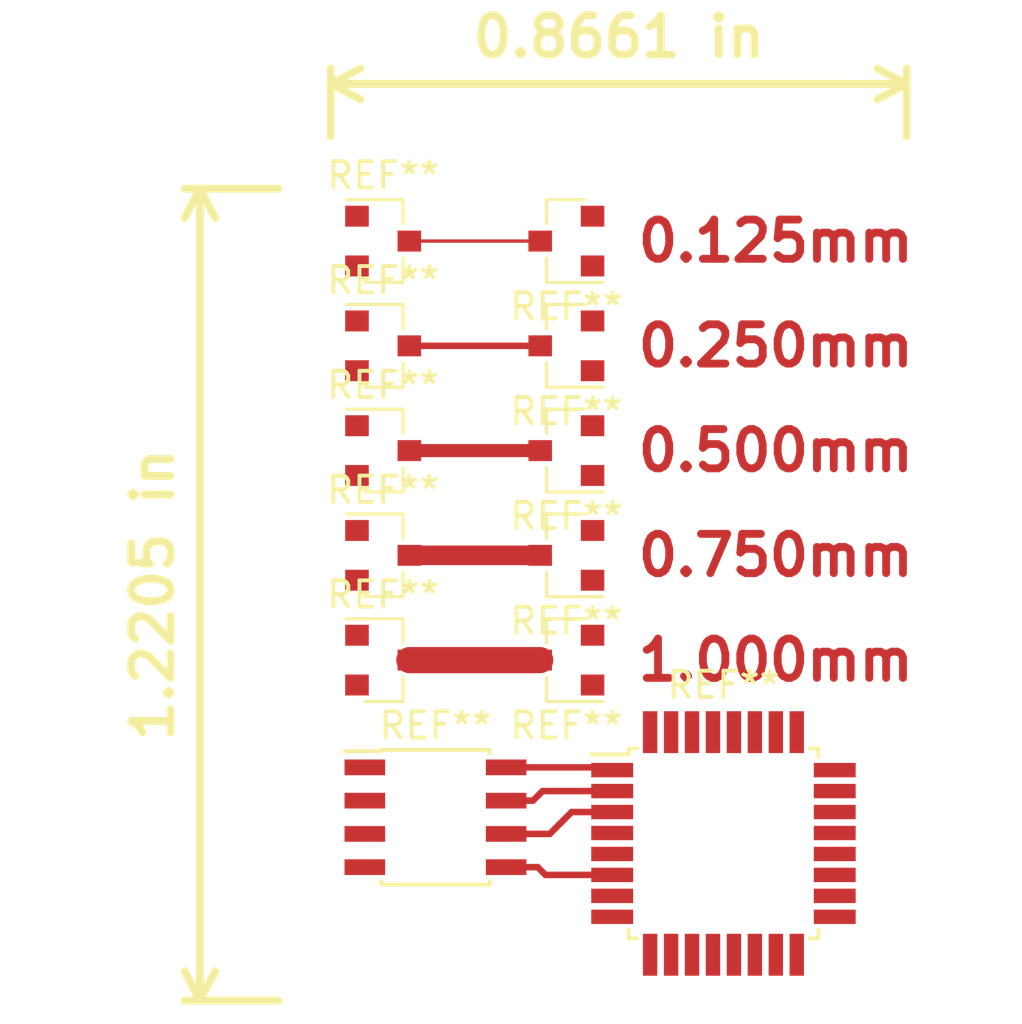
<source format=kicad_pcb>
(kicad_pcb (version 20170123) (host pcbnew no-vcs-found-01f5a12~58~ubuntu16.10.1)

  (general
    (links 0)
    (no_connects 0)
    (area 29 19.3 68.560715 58.1425)
    (thickness 1.6)
    (drawings 7)
    (tracks 16)
    (zones 0)
    (modules 12)
    (nets 1)
  )

  (page A4)
  (layers
    (0 F.Cu signal)
    (31 B.Cu signal)
    (32 B.Adhes user)
    (33 F.Adhes user)
    (34 B.Paste user)
    (35 F.Paste user)
    (36 B.SilkS user)
    (37 F.SilkS user)
    (38 B.Mask user)
    (39 F.Mask user)
    (40 Dwgs.User user)
    (41 Cmts.User user)
    (42 Eco1.User user)
    (43 Eco2.User user)
    (44 Edge.Cuts user)
    (45 Margin user)
    (46 B.CrtYd user)
    (47 F.CrtYd user)
    (48 B.Fab user)
    (49 F.Fab user)
  )

  (setup
    (last_trace_width 0.25)
    (trace_clearance 0.2)
    (zone_clearance 0.508)
    (zone_45_only no)
    (trace_min 0.2)
    (segment_width 0.2)
    (edge_width 0.15)
    (via_size 0.8)
    (via_drill 0.4)
    (via_min_size 0.4)
    (via_min_drill 0.3)
    (uvia_size 0.3)
    (uvia_drill 0.1)
    (uvias_allowed no)
    (uvia_min_size 0.2)
    (uvia_min_drill 0.1)
    (pcb_text_width 0.3)
    (pcb_text_size 1.5 1.5)
    (mod_edge_width 0.15)
    (mod_text_size 1 1)
    (mod_text_width 0.15)
    (pad_size 1.524 1.524)
    (pad_drill 0.762)
    (pad_to_mask_clearance 0.2)
    (aux_axis_origin 41 57)
    (visible_elements FFFFFF7F)
    (pcbplotparams
      (layerselection 0x00000_7fffffff)
      (usegerberextensions false)
      (excludeedgelayer true)
      (linewidth 0.100000)
      (plotframeref false)
      (viasonmask false)
      (mode 1)
      (useauxorigin true)
      (hpglpennumber 1)
      (hpglpenspeed 20)
      (hpglpendiameter 15)
      (psnegative false)
      (psa4output false)
      (plotreference true)
      (plotvalue true)
      (plotinvisibletext false)
      (padsonsilk false)
      (subtractmaskfromsilk false)
      (outputformat 1)
      (mirror false)
      (drillshape 0)
      (scaleselection 1)
      (outputdirectory gerber/))
  )

  (net 0 "")

  (net_class Default "This is the default net class."
    (clearance 0.2)
    (trace_width 0.25)
    (via_dia 0.8)
    (via_drill 0.4)
    (uvia_dia 0.3)
    (uvia_drill 0.1)
  )

  (module Housings_SOIC:SOIC-8_3.9x4.9mm_Pitch1.27mm (layer F.Cu) (tedit 58CD0CDA) (tstamp 58F7EC8C)
    (at 46 50)
    (descr "8-Lead Plastic Small Outline (SN) - Narrow, 3.90 mm Body [SOIC] (see Microchip Packaging Specification 00000049BS.pdf)")
    (tags "SOIC 1.27")
    (attr smd)
    (fp_text reference REF** (at 0 -3.5) (layer F.SilkS)
      (effects (font (size 1 1) (thickness 0.15)))
    )
    (fp_text value SOIC-8_3.9x4.9mm_Pitch1.27mm (at 0 3.5) (layer F.Fab)
      (effects (font (size 1 1) (thickness 0.15)))
    )
    (fp_text user %R (at 0 0) (layer F.Fab)
      (effects (font (size 1 1) (thickness 0.15)))
    )
    (fp_line (start -0.95 -2.45) (end 1.95 -2.45) (layer F.Fab) (width 0.1))
    (fp_line (start 1.95 -2.45) (end 1.95 2.45) (layer F.Fab) (width 0.1))
    (fp_line (start 1.95 2.45) (end -1.95 2.45) (layer F.Fab) (width 0.1))
    (fp_line (start -1.95 2.45) (end -1.95 -1.45) (layer F.Fab) (width 0.1))
    (fp_line (start -1.95 -1.45) (end -0.95 -2.45) (layer F.Fab) (width 0.1))
    (fp_line (start -3.73 -2.7) (end -3.73 2.7) (layer F.CrtYd) (width 0.05))
    (fp_line (start 3.73 -2.7) (end 3.73 2.7) (layer F.CrtYd) (width 0.05))
    (fp_line (start -3.73 -2.7) (end 3.73 -2.7) (layer F.CrtYd) (width 0.05))
    (fp_line (start -3.73 2.7) (end 3.73 2.7) (layer F.CrtYd) (width 0.05))
    (fp_line (start -2.075 -2.575) (end -2.075 -2.525) (layer F.SilkS) (width 0.15))
    (fp_line (start 2.075 -2.575) (end 2.075 -2.43) (layer F.SilkS) (width 0.15))
    (fp_line (start 2.075 2.575) (end 2.075 2.43) (layer F.SilkS) (width 0.15))
    (fp_line (start -2.075 2.575) (end -2.075 2.43) (layer F.SilkS) (width 0.15))
    (fp_line (start -2.075 -2.575) (end 2.075 -2.575) (layer F.SilkS) (width 0.15))
    (fp_line (start -2.075 2.575) (end 2.075 2.575) (layer F.SilkS) (width 0.15))
    (fp_line (start -2.075 -2.525) (end -3.475 -2.525) (layer F.SilkS) (width 0.15))
    (pad 1 smd rect (at -2.7 -1.905) (size 1.55 0.6) (layers F.Cu F.Paste F.Mask))
    (pad 2 smd rect (at -2.7 -0.635) (size 1.55 0.6) (layers F.Cu F.Paste F.Mask))
    (pad 3 smd rect (at -2.7 0.635) (size 1.55 0.6) (layers F.Cu F.Paste F.Mask))
    (pad 4 smd rect (at -2.7 1.905) (size 1.55 0.6) (layers F.Cu F.Paste F.Mask))
    (pad 5 smd rect (at 2.7 1.905) (size 1.55 0.6) (layers F.Cu F.Paste F.Mask))
    (pad 6 smd rect (at 2.7 0.635) (size 1.55 0.6) (layers F.Cu F.Paste F.Mask))
    (pad 7 smd rect (at 2.7 -0.635) (size 1.55 0.6) (layers F.Cu F.Paste F.Mask))
    (pad 8 smd rect (at 2.7 -1.905) (size 1.55 0.6) (layers F.Cu F.Paste F.Mask))
    (model Housings_SOIC.3dshapes/SOIC-8_3.9x4.9mm_Pitch1.27mm.wrl
      (at (xyz 0 0 0))
      (scale (xyz 1 1 1))
      (rotate (xyz 0 0 0))
    )
  )

  (module Housings_QFP:TQFP-32_7x7mm_Pitch0.8mm (layer F.Cu) (tedit 58CC9A48) (tstamp 58F7C4C4)
    (at 57 51)
    (descr "32-Lead Plastic Thin Quad Flatpack (PT) - 7x7x1.0 mm Body, 2.00 mm [TQFP] (see Microchip Packaging Specification 00000049BS.pdf)")
    (tags "QFP 0.8")
    (attr smd)
    (fp_text reference REF** (at 0 -6.05) (layer F.SilkS)
      (effects (font (size 1 1) (thickness 0.15)))
    )
    (fp_text value TQFP-32_7x7mm_Pitch0.8mm (at 0 6.05) (layer F.Fab)
      (effects (font (size 1 1) (thickness 0.15)))
    )
    (fp_text user %R (at 0 0) (layer F.Fab)
      (effects (font (size 1 1) (thickness 0.15)))
    )
    (fp_line (start -2.5 -3.5) (end 3.5 -3.5) (layer F.Fab) (width 0.15))
    (fp_line (start 3.5 -3.5) (end 3.5 3.5) (layer F.Fab) (width 0.15))
    (fp_line (start 3.5 3.5) (end -3.5 3.5) (layer F.Fab) (width 0.15))
    (fp_line (start -3.5 3.5) (end -3.5 -2.5) (layer F.Fab) (width 0.15))
    (fp_line (start -3.5 -2.5) (end -2.5 -3.5) (layer F.Fab) (width 0.15))
    (fp_line (start -5.3 -5.3) (end -5.3 5.3) (layer F.CrtYd) (width 0.05))
    (fp_line (start 5.3 -5.3) (end 5.3 5.3) (layer F.CrtYd) (width 0.05))
    (fp_line (start -5.3 -5.3) (end 5.3 -5.3) (layer F.CrtYd) (width 0.05))
    (fp_line (start -5.3 5.3) (end 5.3 5.3) (layer F.CrtYd) (width 0.05))
    (fp_line (start -3.625 -3.625) (end -3.625 -3.4) (layer F.SilkS) (width 0.15))
    (fp_line (start 3.625 -3.625) (end 3.625 -3.3) (layer F.SilkS) (width 0.15))
    (fp_line (start 3.625 3.625) (end 3.625 3.3) (layer F.SilkS) (width 0.15))
    (fp_line (start -3.625 3.625) (end -3.625 3.3) (layer F.SilkS) (width 0.15))
    (fp_line (start -3.625 -3.625) (end -3.3 -3.625) (layer F.SilkS) (width 0.15))
    (fp_line (start -3.625 3.625) (end -3.3 3.625) (layer F.SilkS) (width 0.15))
    (fp_line (start 3.625 3.625) (end 3.3 3.625) (layer F.SilkS) (width 0.15))
    (fp_line (start 3.625 -3.625) (end 3.3 -3.625) (layer F.SilkS) (width 0.15))
    (fp_line (start -3.625 -3.4) (end -5.05 -3.4) (layer F.SilkS) (width 0.15))
    (pad 1 smd rect (at -4.25 -2.8) (size 1.6 0.55) (layers F.Cu F.Paste F.Mask))
    (pad 2 smd rect (at -4.25 -2) (size 1.6 0.55) (layers F.Cu F.Paste F.Mask))
    (pad 3 smd rect (at -4.25 -1.2) (size 1.6 0.55) (layers F.Cu F.Paste F.Mask))
    (pad 4 smd rect (at -4.25 -0.4) (size 1.6 0.55) (layers F.Cu F.Paste F.Mask))
    (pad 5 smd rect (at -4.25 0.4) (size 1.6 0.55) (layers F.Cu F.Paste F.Mask))
    (pad 6 smd rect (at -4.25 1.2) (size 1.6 0.55) (layers F.Cu F.Paste F.Mask))
    (pad 7 smd rect (at -4.25 2) (size 1.6 0.55) (layers F.Cu F.Paste F.Mask))
    (pad 8 smd rect (at -4.25 2.8) (size 1.6 0.55) (layers F.Cu F.Paste F.Mask))
    (pad 9 smd rect (at -2.8 4.25 90) (size 1.6 0.55) (layers F.Cu F.Paste F.Mask))
    (pad 10 smd rect (at -2 4.25 90) (size 1.6 0.55) (layers F.Cu F.Paste F.Mask))
    (pad 11 smd rect (at -1.2 4.25 90) (size 1.6 0.55) (layers F.Cu F.Paste F.Mask))
    (pad 12 smd rect (at -0.4 4.25 90) (size 1.6 0.55) (layers F.Cu F.Paste F.Mask))
    (pad 13 smd rect (at 0.4 4.25 90) (size 1.6 0.55) (layers F.Cu F.Paste F.Mask))
    (pad 14 smd rect (at 1.2 4.25 90) (size 1.6 0.55) (layers F.Cu F.Paste F.Mask))
    (pad 15 smd rect (at 2 4.25 90) (size 1.6 0.55) (layers F.Cu F.Paste F.Mask))
    (pad 16 smd rect (at 2.8 4.25 90) (size 1.6 0.55) (layers F.Cu F.Paste F.Mask))
    (pad 17 smd rect (at 4.25 2.8) (size 1.6 0.55) (layers F.Cu F.Paste F.Mask))
    (pad 18 smd rect (at 4.25 2) (size 1.6 0.55) (layers F.Cu F.Paste F.Mask))
    (pad 19 smd rect (at 4.25 1.2) (size 1.6 0.55) (layers F.Cu F.Paste F.Mask))
    (pad 20 smd rect (at 4.25 0.4) (size 1.6 0.55) (layers F.Cu F.Paste F.Mask))
    (pad 21 smd rect (at 4.25 -0.4) (size 1.6 0.55) (layers F.Cu F.Paste F.Mask))
    (pad 22 smd rect (at 4.25 -1.2) (size 1.6 0.55) (layers F.Cu F.Paste F.Mask))
    (pad 23 smd rect (at 4.25 -2) (size 1.6 0.55) (layers F.Cu F.Paste F.Mask))
    (pad 24 smd rect (at 4.25 -2.8) (size 1.6 0.55) (layers F.Cu F.Paste F.Mask))
    (pad 25 smd rect (at 2.8 -4.25 90) (size 1.6 0.55) (layers F.Cu F.Paste F.Mask))
    (pad 26 smd rect (at 2 -4.25 90) (size 1.6 0.55) (layers F.Cu F.Paste F.Mask))
    (pad 27 smd rect (at 1.2 -4.25 90) (size 1.6 0.55) (layers F.Cu F.Paste F.Mask))
    (pad 28 smd rect (at 0.4 -4.25 90) (size 1.6 0.55) (layers F.Cu F.Paste F.Mask))
    (pad 29 smd rect (at -0.4 -4.25 90) (size 1.6 0.55) (layers F.Cu F.Paste F.Mask))
    (pad 30 smd rect (at -1.2 -4.25 90) (size 1.6 0.55) (layers F.Cu F.Paste F.Mask))
    (pad 31 smd rect (at -2 -4.25 90) (size 1.6 0.55) (layers F.Cu F.Paste F.Mask))
    (pad 32 smd rect (at -2.8 -4.25 90) (size 1.6 0.55) (layers F.Cu F.Paste F.Mask))
    (model Housings_QFP.3dshapes/TQFP-32_7x7mm_Pitch0.8mm.wrl
      (at (xyz 0 0 0))
      (scale (xyz 1 1 1))
      (rotate (xyz 0 0 0))
    )
  )

  (module TO_SOT_Packages_SMD:SOT-23 (layer F.Cu) (tedit 58CE4E7E) (tstamp 58F7528E)
    (at 51 36 180)
    (descr "SOT-23, Standard")
    (tags SOT-23)
    (attr smd)
    (fp_text reference REF** (at 0 -2.5 180) (layer F.SilkS)
      (effects (font (size 1 1) (thickness 0.15)))
    )
    (fp_text value SOT-23 (at 0 2.5 180) (layer F.Fab)
      (effects (font (size 1 1) (thickness 0.15)))
    )
    (fp_text user %R (at 0 0 180) (layer F.Fab)
      (effects (font (size 0.5 0.5) (thickness 0.075)))
    )
    (fp_line (start -0.7 -0.95) (end -0.7 1.5) (layer F.Fab) (width 0.1))
    (fp_line (start -0.15 -1.52) (end 0.7 -1.52) (layer F.Fab) (width 0.1))
    (fp_line (start -0.7 -0.95) (end -0.15 -1.52) (layer F.Fab) (width 0.1))
    (fp_line (start 0.7 -1.52) (end 0.7 1.52) (layer F.Fab) (width 0.1))
    (fp_line (start -0.7 1.52) (end 0.7 1.52) (layer F.Fab) (width 0.1))
    (fp_line (start 0.76 1.58) (end 0.76 0.65) (layer F.SilkS) (width 0.12))
    (fp_line (start 0.76 -1.58) (end 0.76 -0.65) (layer F.SilkS) (width 0.12))
    (fp_line (start -1.7 -1.75) (end 1.7 -1.75) (layer F.CrtYd) (width 0.05))
    (fp_line (start 1.7 -1.75) (end 1.7 1.75) (layer F.CrtYd) (width 0.05))
    (fp_line (start 1.7 1.75) (end -1.7 1.75) (layer F.CrtYd) (width 0.05))
    (fp_line (start -1.7 1.75) (end -1.7 -1.75) (layer F.CrtYd) (width 0.05))
    (fp_line (start 0.76 -1.58) (end -1.4 -1.58) (layer F.SilkS) (width 0.12))
    (fp_line (start 0.76 1.58) (end -0.7 1.58) (layer F.SilkS) (width 0.12))
    (pad 1 smd rect (at -1 -0.95 180) (size 0.9 0.8) (layers F.Cu F.Paste F.Mask))
    (pad 2 smd rect (at -1 0.95 180) (size 0.9 0.8) (layers F.Cu F.Paste F.Mask))
    (pad 3 smd rect (at 1 0 180) (size 0.9 0.8) (layers F.Cu F.Paste F.Mask))
    (model ${KISYS3DMOD}/TO_SOT_Packages_SMD.3dshapes/SOT-23.wrl
      (at (xyz 0 0 0))
      (scale (xyz 1 1 1))
      (rotate (xyz 0 0 0))
    )
  )

  (module TO_SOT_Packages_SMD:SOT-23 (layer F.Cu) (tedit 58CE4E7E) (tstamp 58F7527A)
    (at 44 36)
    (descr "SOT-23, Standard")
    (tags SOT-23)
    (attr smd)
    (fp_text reference REF** (at 0 -2.5) (layer F.SilkS)
      (effects (font (size 1 1) (thickness 0.15)))
    )
    (fp_text value SOT-23 (at 0 2.5) (layer F.Fab)
      (effects (font (size 1 1) (thickness 0.15)))
    )
    (fp_line (start 0.76 1.58) (end -0.7 1.58) (layer F.SilkS) (width 0.12))
    (fp_line (start 0.76 -1.58) (end -1.4 -1.58) (layer F.SilkS) (width 0.12))
    (fp_line (start -1.7 1.75) (end -1.7 -1.75) (layer F.CrtYd) (width 0.05))
    (fp_line (start 1.7 1.75) (end -1.7 1.75) (layer F.CrtYd) (width 0.05))
    (fp_line (start 1.7 -1.75) (end 1.7 1.75) (layer F.CrtYd) (width 0.05))
    (fp_line (start -1.7 -1.75) (end 1.7 -1.75) (layer F.CrtYd) (width 0.05))
    (fp_line (start 0.76 -1.58) (end 0.76 -0.65) (layer F.SilkS) (width 0.12))
    (fp_line (start 0.76 1.58) (end 0.76 0.65) (layer F.SilkS) (width 0.12))
    (fp_line (start -0.7 1.52) (end 0.7 1.52) (layer F.Fab) (width 0.1))
    (fp_line (start 0.7 -1.52) (end 0.7 1.52) (layer F.Fab) (width 0.1))
    (fp_line (start -0.7 -0.95) (end -0.15 -1.52) (layer F.Fab) (width 0.1))
    (fp_line (start -0.15 -1.52) (end 0.7 -1.52) (layer F.Fab) (width 0.1))
    (fp_line (start -0.7 -0.95) (end -0.7 1.5) (layer F.Fab) (width 0.1))
    (fp_text user %R (at 0 0) (layer F.Fab)
      (effects (font (size 0.5 0.5) (thickness 0.075)))
    )
    (pad 3 smd rect (at 1 0) (size 0.9 0.8) (layers F.Cu F.Paste F.Mask))
    (pad 2 smd rect (at -1 0.95) (size 0.9 0.8) (layers F.Cu F.Paste F.Mask))
    (pad 1 smd rect (at -1 -0.95) (size 0.9 0.8) (layers F.Cu F.Paste F.Mask))
    (model ${KISYS3DMOD}/TO_SOT_Packages_SMD.3dshapes/SOT-23.wrl
      (at (xyz 0 0 0))
      (scale (xyz 1 1 1))
      (rotate (xyz 0 0 0))
    )
  )

  (module TO_SOT_Packages_SMD:SOT-23 (layer F.Cu) (tedit 58CE4E7E) (tstamp 58F7511B)
    (at 51 44 180)
    (descr "SOT-23, Standard")
    (tags SOT-23)
    (attr smd)
    (fp_text reference REF** (at 0 -2.5 180) (layer F.SilkS)
      (effects (font (size 1 1) (thickness 0.15)))
    )
    (fp_text value SOT-23 (at 0 2.5 180) (layer F.Fab)
      (effects (font (size 1 1) (thickness 0.15)))
    )
    (fp_text user %R (at 0 0 180) (layer F.Fab)
      (effects (font (size 0.5 0.5) (thickness 0.075)))
    )
    (fp_line (start -0.7 -0.95) (end -0.7 1.5) (layer F.Fab) (width 0.1))
    (fp_line (start -0.15 -1.52) (end 0.7 -1.52) (layer F.Fab) (width 0.1))
    (fp_line (start -0.7 -0.95) (end -0.15 -1.52) (layer F.Fab) (width 0.1))
    (fp_line (start 0.7 -1.52) (end 0.7 1.52) (layer F.Fab) (width 0.1))
    (fp_line (start -0.7 1.52) (end 0.7 1.52) (layer F.Fab) (width 0.1))
    (fp_line (start 0.76 1.58) (end 0.76 0.65) (layer F.SilkS) (width 0.12))
    (fp_line (start 0.76 -1.58) (end 0.76 -0.65) (layer F.SilkS) (width 0.12))
    (fp_line (start -1.7 -1.75) (end 1.7 -1.75) (layer F.CrtYd) (width 0.05))
    (fp_line (start 1.7 -1.75) (end 1.7 1.75) (layer F.CrtYd) (width 0.05))
    (fp_line (start 1.7 1.75) (end -1.7 1.75) (layer F.CrtYd) (width 0.05))
    (fp_line (start -1.7 1.75) (end -1.7 -1.75) (layer F.CrtYd) (width 0.05))
    (fp_line (start 0.76 -1.58) (end -1.4 -1.58) (layer F.SilkS) (width 0.12))
    (fp_line (start 0.76 1.58) (end -0.7 1.58) (layer F.SilkS) (width 0.12))
    (pad 1 smd rect (at -1 -0.95 180) (size 0.9 0.8) (layers F.Cu F.Paste F.Mask))
    (pad 2 smd rect (at -1 0.95 180) (size 0.9 0.8) (layers F.Cu F.Paste F.Mask))
    (pad 3 smd rect (at 1 0 180) (size 0.9 0.8) (layers F.Cu F.Paste F.Mask))
    (model ${KISYS3DMOD}/TO_SOT_Packages_SMD.3dshapes/SOT-23.wrl
      (at (xyz 0 0 0))
      (scale (xyz 1 1 1))
      (rotate (xyz 0 0 0))
    )
  )

  (module TO_SOT_Packages_SMD:SOT-23 (layer F.Cu) (tedit 58CE4E7E) (tstamp 58F75107)
    (at 44 44)
    (descr "SOT-23, Standard")
    (tags SOT-23)
    (attr smd)
    (fp_text reference REF** (at 0 -2.5) (layer F.SilkS)
      (effects (font (size 1 1) (thickness 0.15)))
    )
    (fp_text value SOT-23 (at 0 2.5) (layer F.Fab)
      (effects (font (size 1 1) (thickness 0.15)))
    )
    (fp_line (start 0.76 1.58) (end -0.7 1.58) (layer F.SilkS) (width 0.12))
    (fp_line (start 0.76 -1.58) (end -1.4 -1.58) (layer F.SilkS) (width 0.12))
    (fp_line (start -1.7 1.75) (end -1.7 -1.75) (layer F.CrtYd) (width 0.05))
    (fp_line (start 1.7 1.75) (end -1.7 1.75) (layer F.CrtYd) (width 0.05))
    (fp_line (start 1.7 -1.75) (end 1.7 1.75) (layer F.CrtYd) (width 0.05))
    (fp_line (start -1.7 -1.75) (end 1.7 -1.75) (layer F.CrtYd) (width 0.05))
    (fp_line (start 0.76 -1.58) (end 0.76 -0.65) (layer F.SilkS) (width 0.12))
    (fp_line (start 0.76 1.58) (end 0.76 0.65) (layer F.SilkS) (width 0.12))
    (fp_line (start -0.7 1.52) (end 0.7 1.52) (layer F.Fab) (width 0.1))
    (fp_line (start 0.7 -1.52) (end 0.7 1.52) (layer F.Fab) (width 0.1))
    (fp_line (start -0.7 -0.95) (end -0.15 -1.52) (layer F.Fab) (width 0.1))
    (fp_line (start -0.15 -1.52) (end 0.7 -1.52) (layer F.Fab) (width 0.1))
    (fp_line (start -0.7 -0.95) (end -0.7 1.5) (layer F.Fab) (width 0.1))
    (fp_text user %R (at 0 0) (layer F.Fab)
      (effects (font (size 0.5 0.5) (thickness 0.075)))
    )
    (pad 3 smd rect (at 1 0) (size 0.9 0.8) (layers F.Cu F.Paste F.Mask))
    (pad 2 smd rect (at -1 0.95) (size 0.9 0.8) (layers F.Cu F.Paste F.Mask))
    (pad 1 smd rect (at -1 -0.95) (size 0.9 0.8) (layers F.Cu F.Paste F.Mask))
    (model ${KISYS3DMOD}/TO_SOT_Packages_SMD.3dshapes/SOT-23.wrl
      (at (xyz 0 0 0))
      (scale (xyz 1 1 1))
      (rotate (xyz 0 0 0))
    )
  )

  (module TO_SOT_Packages_SMD:SOT-23 (layer F.Cu) (tedit 58CE4E7E) (tstamp 58F7509A)
    (at 44 40)
    (descr "SOT-23, Standard")
    (tags SOT-23)
    (attr smd)
    (fp_text reference REF** (at 0 -2.5) (layer F.SilkS)
      (effects (font (size 1 1) (thickness 0.15)))
    )
    (fp_text value SOT-23 (at 0 2.5) (layer F.Fab)
      (effects (font (size 1 1) (thickness 0.15)))
    )
    (fp_text user %R (at 0 0) (layer F.Fab)
      (effects (font (size 0.5 0.5) (thickness 0.075)))
    )
    (fp_line (start -0.7 -0.95) (end -0.7 1.5) (layer F.Fab) (width 0.1))
    (fp_line (start -0.15 -1.52) (end 0.7 -1.52) (layer F.Fab) (width 0.1))
    (fp_line (start -0.7 -0.95) (end -0.15 -1.52) (layer F.Fab) (width 0.1))
    (fp_line (start 0.7 -1.52) (end 0.7 1.52) (layer F.Fab) (width 0.1))
    (fp_line (start -0.7 1.52) (end 0.7 1.52) (layer F.Fab) (width 0.1))
    (fp_line (start 0.76 1.58) (end 0.76 0.65) (layer F.SilkS) (width 0.12))
    (fp_line (start 0.76 -1.58) (end 0.76 -0.65) (layer F.SilkS) (width 0.12))
    (fp_line (start -1.7 -1.75) (end 1.7 -1.75) (layer F.CrtYd) (width 0.05))
    (fp_line (start 1.7 -1.75) (end 1.7 1.75) (layer F.CrtYd) (width 0.05))
    (fp_line (start 1.7 1.75) (end -1.7 1.75) (layer F.CrtYd) (width 0.05))
    (fp_line (start -1.7 1.75) (end -1.7 -1.75) (layer F.CrtYd) (width 0.05))
    (fp_line (start 0.76 -1.58) (end -1.4 -1.58) (layer F.SilkS) (width 0.12))
    (fp_line (start 0.76 1.58) (end -0.7 1.58) (layer F.SilkS) (width 0.12))
    (pad 1 smd rect (at -1 -0.95) (size 0.9 0.8) (layers F.Cu F.Paste F.Mask))
    (pad 2 smd rect (at -1 0.95) (size 0.9 0.8) (layers F.Cu F.Paste F.Mask))
    (pad 3 smd rect (at 1 0) (size 0.9 0.8) (layers F.Cu F.Paste F.Mask))
    (model ${KISYS3DMOD}/TO_SOT_Packages_SMD.3dshapes/SOT-23.wrl
      (at (xyz 0 0 0))
      (scale (xyz 1 1 1))
      (rotate (xyz 0 0 0))
    )
  )

  (module TO_SOT_Packages_SMD:SOT-23 (layer F.Cu) (tedit 58CE4E7E) (tstamp 58F75086)
    (at 51 40 180)
    (descr "SOT-23, Standard")
    (tags SOT-23)
    (attr smd)
    (fp_text reference REF** (at 0 -2.5 180) (layer F.SilkS)
      (effects (font (size 1 1) (thickness 0.15)))
    )
    (fp_text value SOT-23 (at 0 2.5 180) (layer F.Fab)
      (effects (font (size 1 1) (thickness 0.15)))
    )
    (fp_line (start 0.76 1.58) (end -0.7 1.58) (layer F.SilkS) (width 0.12))
    (fp_line (start 0.76 -1.58) (end -1.4 -1.58) (layer F.SilkS) (width 0.12))
    (fp_line (start -1.7 1.75) (end -1.7 -1.75) (layer F.CrtYd) (width 0.05))
    (fp_line (start 1.7 1.75) (end -1.7 1.75) (layer F.CrtYd) (width 0.05))
    (fp_line (start 1.7 -1.75) (end 1.7 1.75) (layer F.CrtYd) (width 0.05))
    (fp_line (start -1.7 -1.75) (end 1.7 -1.75) (layer F.CrtYd) (width 0.05))
    (fp_line (start 0.76 -1.58) (end 0.76 -0.65) (layer F.SilkS) (width 0.12))
    (fp_line (start 0.76 1.58) (end 0.76 0.65) (layer F.SilkS) (width 0.12))
    (fp_line (start -0.7 1.52) (end 0.7 1.52) (layer F.Fab) (width 0.1))
    (fp_line (start 0.7 -1.52) (end 0.7 1.52) (layer F.Fab) (width 0.1))
    (fp_line (start -0.7 -0.95) (end -0.15 -1.52) (layer F.Fab) (width 0.1))
    (fp_line (start -0.15 -1.52) (end 0.7 -1.52) (layer F.Fab) (width 0.1))
    (fp_line (start -0.7 -0.95) (end -0.7 1.5) (layer F.Fab) (width 0.1))
    (fp_text user %R (at 0 0 180) (layer F.Fab)
      (effects (font (size 0.5 0.5) (thickness 0.075)))
    )
    (pad 3 smd rect (at 1 0 180) (size 0.9 0.8) (layers F.Cu F.Paste F.Mask))
    (pad 2 smd rect (at -1 0.95 180) (size 0.9 0.8) (layers F.Cu F.Paste F.Mask))
    (pad 1 smd rect (at -1 -0.95 180) (size 0.9 0.8) (layers F.Cu F.Paste F.Mask))
    (model ${KISYS3DMOD}/TO_SOT_Packages_SMD.3dshapes/SOT-23.wrl
      (at (xyz 0 0 0))
      (scale (xyz 1 1 1))
      (rotate (xyz 0 0 0))
    )
  )

  (module TO_SOT_Packages_SMD:SOT-23 (layer F.Cu) (tedit 58CE4E7E) (tstamp 58F75013)
    (at 51 28 180)
    (descr "SOT-23, Standard")
    (tags SOT-23)
    (attr smd)
    (fp_text reference REF** (at 0 -2.5 180) (layer F.SilkS)
      (effects (font (size 1 1) (thickness 0.15)))
    )
    (fp_text value SOT-23 (at 0 2.5 180) (layer F.Fab)
      (effects (font (size 1 1) (thickness 0.15)))
    )
    (fp_text user %R (at 0 0 180) (layer F.Fab)
      (effects (font (size 0.5 0.5) (thickness 0.075)))
    )
    (fp_line (start -0.7 -0.95) (end -0.7 1.5) (layer F.Fab) (width 0.1))
    (fp_line (start -0.15 -1.52) (end 0.7 -1.52) (layer F.Fab) (width 0.1))
    (fp_line (start -0.7 -0.95) (end -0.15 -1.52) (layer F.Fab) (width 0.1))
    (fp_line (start 0.7 -1.52) (end 0.7 1.52) (layer F.Fab) (width 0.1))
    (fp_line (start -0.7 1.52) (end 0.7 1.52) (layer F.Fab) (width 0.1))
    (fp_line (start 0.76 1.58) (end 0.76 0.65) (layer F.SilkS) (width 0.12))
    (fp_line (start 0.76 -1.58) (end 0.76 -0.65) (layer F.SilkS) (width 0.12))
    (fp_line (start -1.7 -1.75) (end 1.7 -1.75) (layer F.CrtYd) (width 0.05))
    (fp_line (start 1.7 -1.75) (end 1.7 1.75) (layer F.CrtYd) (width 0.05))
    (fp_line (start 1.7 1.75) (end -1.7 1.75) (layer F.CrtYd) (width 0.05))
    (fp_line (start -1.7 1.75) (end -1.7 -1.75) (layer F.CrtYd) (width 0.05))
    (fp_line (start 0.76 -1.58) (end -1.4 -1.58) (layer F.SilkS) (width 0.12))
    (fp_line (start 0.76 1.58) (end -0.7 1.58) (layer F.SilkS) (width 0.12))
    (pad 1 smd rect (at -1 -0.95 180) (size 0.9 0.8) (layers F.Cu F.Paste F.Mask))
    (pad 2 smd rect (at -1 0.95 180) (size 0.9 0.8) (layers F.Cu F.Paste F.Mask))
    (pad 3 smd rect (at 1 0 180) (size 0.9 0.8) (layers F.Cu F.Paste F.Mask))
    (model ${KISYS3DMOD}/TO_SOT_Packages_SMD.3dshapes/SOT-23.wrl
      (at (xyz 0 0 0))
      (scale (xyz 1 1 1))
      (rotate (xyz 0 0 0))
    )
  )

  (module TO_SOT_Packages_SMD:SOT-23 (layer F.Cu) (tedit 58CE4E7E) (tstamp 58F74FFF)
    (at 44 28)
    (descr "SOT-23, Standard")
    (tags SOT-23)
    (attr smd)
    (fp_text reference REF** (at 0 -2.5) (layer F.SilkS)
      (effects (font (size 1 1) (thickness 0.15)))
    )
    (fp_text value SOT-23 (at 0 2.5) (layer F.Fab)
      (effects (font (size 1 1) (thickness 0.15)))
    )
    (fp_line (start 0.76 1.58) (end -0.7 1.58) (layer F.SilkS) (width 0.12))
    (fp_line (start 0.76 -1.58) (end -1.4 -1.58) (layer F.SilkS) (width 0.12))
    (fp_line (start -1.7 1.75) (end -1.7 -1.75) (layer F.CrtYd) (width 0.05))
    (fp_line (start 1.7 1.75) (end -1.7 1.75) (layer F.CrtYd) (width 0.05))
    (fp_line (start 1.7 -1.75) (end 1.7 1.75) (layer F.CrtYd) (width 0.05))
    (fp_line (start -1.7 -1.75) (end 1.7 -1.75) (layer F.CrtYd) (width 0.05))
    (fp_line (start 0.76 -1.58) (end 0.76 -0.65) (layer F.SilkS) (width 0.12))
    (fp_line (start 0.76 1.58) (end 0.76 0.65) (layer F.SilkS) (width 0.12))
    (fp_line (start -0.7 1.52) (end 0.7 1.52) (layer F.Fab) (width 0.1))
    (fp_line (start 0.7 -1.52) (end 0.7 1.52) (layer F.Fab) (width 0.1))
    (fp_line (start -0.7 -0.95) (end -0.15 -1.52) (layer F.Fab) (width 0.1))
    (fp_line (start -0.15 -1.52) (end 0.7 -1.52) (layer F.Fab) (width 0.1))
    (fp_line (start -0.7 -0.95) (end -0.7 1.5) (layer F.Fab) (width 0.1))
    (fp_text user %R (at 0 0) (layer F.Fab)
      (effects (font (size 0.5 0.5) (thickness 0.075)))
    )
    (pad 3 smd rect (at 1 0) (size 0.9 0.8) (layers F.Cu F.Paste F.Mask))
    (pad 2 smd rect (at -1 0.95) (size 0.9 0.8) (layers F.Cu F.Paste F.Mask))
    (pad 1 smd rect (at -1 -0.95) (size 0.9 0.8) (layers F.Cu F.Paste F.Mask))
    (model ${KISYS3DMOD}/TO_SOT_Packages_SMD.3dshapes/SOT-23.wrl
      (at (xyz 0 0 0))
      (scale (xyz 1 1 1))
      (rotate (xyz 0 0 0))
    )
  )

  (module TO_SOT_Packages_SMD:SOT-23 (layer F.Cu) (tedit 58CE4E7E) (tstamp 58F74FEA)
    (at 51 32 180)
    (descr "SOT-23, Standard")
    (tags SOT-23)
    (attr smd)
    (fp_text reference REF** (at 0 -2.5 180) (layer F.SilkS)
      (effects (font (size 1 1) (thickness 0.15)))
    )
    (fp_text value SOT-23 (at 0 2.5 180) (layer F.Fab)
      (effects (font (size 1 1) (thickness 0.15)))
    )
    (fp_line (start 0.76 1.58) (end -0.7 1.58) (layer F.SilkS) (width 0.12))
    (fp_line (start 0.76 -1.58) (end -1.4 -1.58) (layer F.SilkS) (width 0.12))
    (fp_line (start -1.7 1.75) (end -1.7 -1.75) (layer F.CrtYd) (width 0.05))
    (fp_line (start 1.7 1.75) (end -1.7 1.75) (layer F.CrtYd) (width 0.05))
    (fp_line (start 1.7 -1.75) (end 1.7 1.75) (layer F.CrtYd) (width 0.05))
    (fp_line (start -1.7 -1.75) (end 1.7 -1.75) (layer F.CrtYd) (width 0.05))
    (fp_line (start 0.76 -1.58) (end 0.76 -0.65) (layer F.SilkS) (width 0.12))
    (fp_line (start 0.76 1.58) (end 0.76 0.65) (layer F.SilkS) (width 0.12))
    (fp_line (start -0.7 1.52) (end 0.7 1.52) (layer F.Fab) (width 0.1))
    (fp_line (start 0.7 -1.52) (end 0.7 1.52) (layer F.Fab) (width 0.1))
    (fp_line (start -0.7 -0.95) (end -0.15 -1.52) (layer F.Fab) (width 0.1))
    (fp_line (start -0.15 -1.52) (end 0.7 -1.52) (layer F.Fab) (width 0.1))
    (fp_line (start -0.7 -0.95) (end -0.7 1.5) (layer F.Fab) (width 0.1))
    (fp_text user %R (at 0 0 180) (layer F.Fab)
      (effects (font (size 0.5 0.5) (thickness 0.075)))
    )
    (pad 3 smd rect (at 1 0 180) (size 0.9 0.8) (layers F.Cu F.Paste F.Mask))
    (pad 2 smd rect (at -1 0.95 180) (size 0.9 0.8) (layers F.Cu F.Paste F.Mask))
    (pad 1 smd rect (at -1 -0.95 180) (size 0.9 0.8) (layers F.Cu F.Paste F.Mask))
    (model ${KISYS3DMOD}/TO_SOT_Packages_SMD.3dshapes/SOT-23.wrl
      (at (xyz 0 0 0))
      (scale (xyz 1 1 1))
      (rotate (xyz 0 0 0))
    )
  )

  (module TO_SOT_Packages_SMD:SOT-23 (layer F.Cu) (tedit 58CE4E7E) (tstamp 58F74FE8)
    (at 44 32)
    (descr "SOT-23, Standard")
    (tags SOT-23)
    (attr smd)
    (fp_text reference REF** (at 0 -2.5) (layer F.SilkS)
      (effects (font (size 1 1) (thickness 0.15)))
    )
    (fp_text value SOT-23 (at 0 2.5) (layer F.Fab)
      (effects (font (size 1 1) (thickness 0.15)))
    )
    (fp_text user %R (at 0 0) (layer F.Fab)
      (effects (font (size 0.5 0.5) (thickness 0.075)))
    )
    (fp_line (start -0.7 -0.95) (end -0.7 1.5) (layer F.Fab) (width 0.1))
    (fp_line (start -0.15 -1.52) (end 0.7 -1.52) (layer F.Fab) (width 0.1))
    (fp_line (start -0.7 -0.95) (end -0.15 -1.52) (layer F.Fab) (width 0.1))
    (fp_line (start 0.7 -1.52) (end 0.7 1.52) (layer F.Fab) (width 0.1))
    (fp_line (start -0.7 1.52) (end 0.7 1.52) (layer F.Fab) (width 0.1))
    (fp_line (start 0.76 1.58) (end 0.76 0.65) (layer F.SilkS) (width 0.12))
    (fp_line (start 0.76 -1.58) (end 0.76 -0.65) (layer F.SilkS) (width 0.12))
    (fp_line (start -1.7 -1.75) (end 1.7 -1.75) (layer F.CrtYd) (width 0.05))
    (fp_line (start 1.7 -1.75) (end 1.7 1.75) (layer F.CrtYd) (width 0.05))
    (fp_line (start 1.7 1.75) (end -1.7 1.75) (layer F.CrtYd) (width 0.05))
    (fp_line (start -1.7 1.75) (end -1.7 -1.75) (layer F.CrtYd) (width 0.05))
    (fp_line (start 0.76 -1.58) (end -1.4 -1.58) (layer F.SilkS) (width 0.12))
    (fp_line (start 0.76 1.58) (end -0.7 1.58) (layer F.SilkS) (width 0.12))
    (pad 1 smd rect (at -1 -0.95) (size 0.9 0.8) (layers F.Cu F.Paste F.Mask))
    (pad 2 smd rect (at -1 0.95) (size 0.9 0.8) (layers F.Cu F.Paste F.Mask))
    (pad 3 smd rect (at 1 0) (size 0.9 0.8) (layers F.Cu F.Paste F.Mask))
    (model ${KISYS3DMOD}/TO_SOT_Packages_SMD.3dshapes/SOT-23.wrl
      (at (xyz 0 0 0))
      (scale (xyz 1 1 1))
      (rotate (xyz 0 0 0))
    )
  )

  (gr_text 0.500mm (at 59 36) (layer F.Cu) (tstamp 58F75279)
    (effects (font (size 1.5 1.5) (thickness 0.3)))
  )
  (gr_text 1.000mm (at 59 44) (layer F.Cu)
    (effects (font (size 1.5 1.5) (thickness 0.3)))
  )
  (gr_text 0.750mm (at 59 40) (layer F.Cu)
    (effects (font (size 1.5 1.5) (thickness 0.3)))
  )
  (gr_text 0.250mm (at 59 32) (layer F.Cu)
    (effects (font (size 1.5 1.5) (thickness 0.3)))
  )
  (gr_text 0.125mm (at 59 28) (layer F.Cu)
    (effects (font (size 1.5 1.5) (thickness 0.3)))
  )
  (dimension 31 (width 0.3) (layer F.SilkS)
    (gr_text "31.000 mm" (at 35.65 41.5 270) (layer F.SilkS) (tstamp 58F7C5E4)
      (effects (font (size 1.5 1.5) (thickness 0.3)))
    )
    (feature1 (pts (xy 40 57) (xy 34.3 57)))
    (feature2 (pts (xy 40 26) (xy 34.3 26)))
    (crossbar (pts (xy 37 26) (xy 37 57)))
    (arrow1a (pts (xy 37 57) (xy 36.413579 55.873496)))
    (arrow1b (pts (xy 37 57) (xy 37.586421 55.873496)))
    (arrow2a (pts (xy 37 26) (xy 36.413579 27.126504)))
    (arrow2b (pts (xy 37 26) (xy 37.586421 27.126504)))
  )
  (dimension 22 (width 0.3) (layer F.SilkS)
    (gr_text "22.000 mm" (at 53 20.65) (layer F.SilkS) (tstamp 58F7C5E5)
      (effects (font (size 1.5 1.5) (thickness 0.3)))
    )
    (feature1 (pts (xy 64 24) (xy 64 19.3)))
    (feature2 (pts (xy 42 24) (xy 42 19.3)))
    (crossbar (pts (xy 42 22) (xy 64 22)))
    (arrow1a (pts (xy 64 22) (xy 62.873496 22.586421)))
    (arrow1b (pts (xy 64 22) (xy 62.873496 21.413579)))
    (arrow2a (pts (xy 42 22) (xy 43.126504 22.586421)))
    (arrow2b (pts (xy 42 22) (xy 43.126504 21.413579)))
  )

  (segment (start 48.7 51.905) (end 49.905 51.905) (width 0.25) (layer F.Cu) (net 0))
  (segment (start 49.905 51.905) (end 50.2 52.2) (width 0.25) (layer F.Cu) (net 0))
  (segment (start 50.2 52.2) (end 52.75 52.2) (width 0.25) (layer F.Cu) (net 0))
  (segment (start 50.365 50.635) (end 51.2 49.8) (width 0.25) (layer F.Cu) (net 0))
  (segment (start 51.2 49.8) (end 52.75 49.8) (width 0.25) (layer F.Cu) (net 0))
  (segment (start 48.7 50.635) (end 50.365 50.635) (width 0.25) (layer F.Cu) (net 0))
  (segment (start 50.09 49) (end 52.75 49) (width 0.25) (layer F.Cu) (net 0))
  (segment (start 48.7 49.365) (end 49.725 49.365) (width 0.25) (layer F.Cu) (net 0))
  (segment (start 49.725 49.365) (end 50.09 49) (width 0.25) (layer F.Cu) (net 0))
  (segment (start 48.7 48.095) (end 52.645 48.095) (width 0.25) (layer F.Cu) (net 0))
  (segment (start 52.645 48.095) (end 52.75 48.2) (width 0.25) (layer F.Cu) (net 0))
  (segment (start 45 36) (end 50 36) (width 0.5) (layer F.Cu) (net 0) (tstamp 58F752A2))
  (segment (start 45 44) (end 50 44) (width 1) (layer F.Cu) (net 0) (tstamp 58F7512F))
  (segment (start 45 40) (end 50 40) (width 0.75) (layer F.Cu) (net 0) (tstamp 58F75085))
  (segment (start 45 28) (end 50 28) (width 0.125) (layer F.Cu) (net 0) (tstamp 58F75027))
  (segment (start 45 32) (end 50 32) (width 0.25) (layer F.Cu) (net 0))

)

</source>
